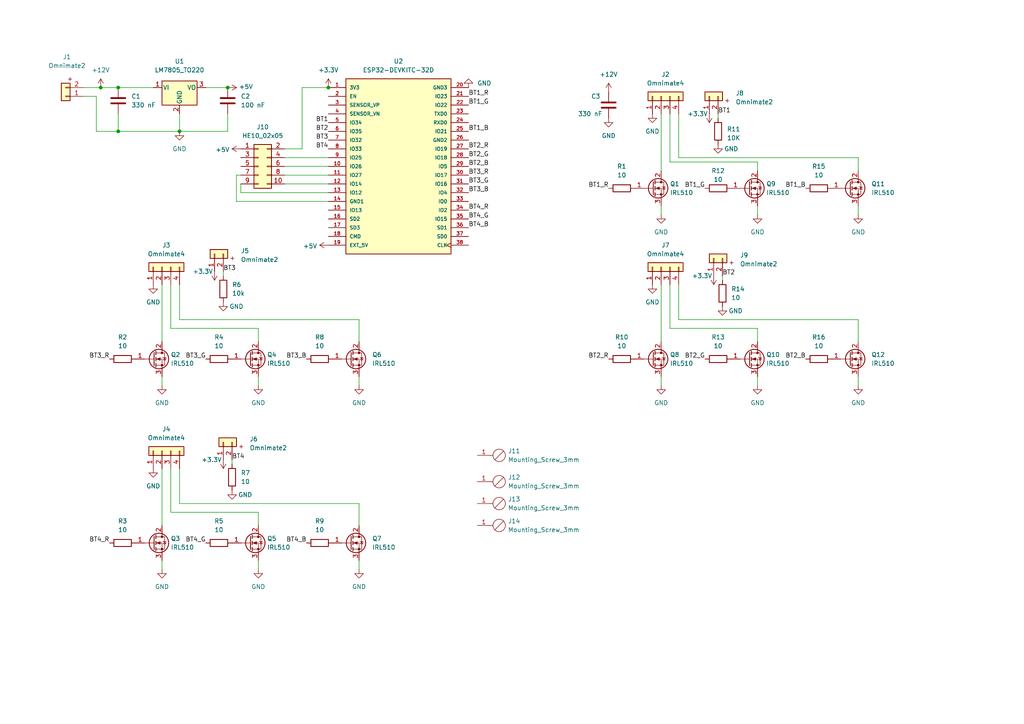
<source format=kicad_sch>
(kicad_sch (version 20230121) (generator eeschema)
  (paper "A4")
  (lib_symbols
    (symbol "ESP32-DEVKITC-32D:ESP32-DEVKITC-32D" (pin_names (offset 1.016))
      (property "Reference" "U" (at -15.2654 26.0604 0))
      (property "Value" "ESP32-DEVKITC-32D" (at -15.2654 -27.9654 0))
      (symbol "ESP32-DEVKITC-32D_0_0"
        (rectangle (start -15.24 -25.4) (end 15.24 25.4) (stroke (width 0.254)) (fill (type background)))
        (pin power_in line (at -20.32 22.86 0) (length 5.08) (name "3V3") (number "1"))
        (pin bidirectional line (at -20.32 0 0) (length 5.08) (name "IO26") (number "10"))
        (pin bidirectional line (at -20.32 -2.54 0) (length 5.08) (name "IO27") (number "11"))
        (pin bidirectional line (at -20.32 -5.08 0) (length 5.08) (name "IO14") (number "12"))
        (pin bidirectional line (at -20.32 -7.62 0) (length 5.08) (name "IO12") (number "13"))
        (pin power_in line (at -20.32 -10.16 0) (length 5.08) (name "GND1") (number "14"))
        (pin bidirectional line (at -20.32 -12.7 0) (length 5.08) (name "IO13") (number "15"))
        (pin bidirectional line (at -20.32 -15.24 0) (length 5.08) (name "SD2") (number "16"))
        (pin bidirectional line (at -20.32 -17.78 0) (length 5.08) (name "SD3") (number "17"))
        (pin bidirectional line (at -20.32 -20.32 0) (length 5.08) (name "CMD") (number "18"))
        (pin power_in line (at -20.32 -22.86 0) (length 5.08) (name "EXT_5V") (number "19"))
        (pin input line (at -20.32 20.32 0) (length 5.08) (name "EN") (number "2"))
        (pin power_in line (at 20.32 22.86 180) (length 5.08) (name "GND3") (number "20"))
        (pin bidirectional line (at 20.32 20.32 180) (length 5.08) (name "IO23") (number "21"))
        (pin bidirectional line (at 20.32 17.78 180) (length 5.08) (name "IO22") (number "22"))
        (pin output line (at 20.32 15.24 180) (length 5.08) (name "TXD0") (number "23"))
        (pin input line (at 20.32 12.7 180) (length 5.08) (name "RXD0") (number "24"))
        (pin bidirectional line (at 20.32 10.16 180) (length 5.08) (name "IO21") (number "25"))
        (pin power_in line (at 20.32 7.62 180) (length 5.08) (name "GND2") (number "26"))
        (pin bidirectional line (at 20.32 5.08 180) (length 5.08) (name "IO19") (number "27"))
        (pin bidirectional line (at 20.32 2.54 180) (length 5.08) (name "IO18") (number "28"))
        (pin bidirectional line (at 20.32 0 180) (length 5.08) (name "IO5") (number "29"))
        (pin input line (at -20.32 17.78 0) (length 5.08) (name "SENSOR_VP") (number "3"))
        (pin bidirectional line (at 20.32 -2.54 180) (length 5.08) (name "IO17") (number "30"))
        (pin bidirectional line (at 20.32 -5.08 180) (length 5.08) (name "IO16") (number "31"))
        (pin bidirectional line (at 20.32 -7.62 180) (length 5.08) (name "IO4") (number "32"))
        (pin bidirectional line (at 20.32 -10.16 180) (length 5.08) (name "IO0") (number "33"))
        (pin bidirectional line (at 20.32 -12.7 180) (length 5.08) (name "IO2") (number "34"))
        (pin bidirectional line (at 20.32 -15.24 180) (length 5.08) (name "IO15") (number "35"))
        (pin bidirectional line (at 20.32 -17.78 180) (length 5.08) (name "SD1") (number "36"))
        (pin bidirectional line (at 20.32 -20.32 180) (length 5.08) (name "SD0") (number "37"))
        (pin input clock (at 20.32 -22.86 180) (length 5.08) (name "CLK") (number "38"))
        (pin input line (at -20.32 15.24 0) (length 5.08) (name "SENSOR_VN") (number "4"))
        (pin bidirectional line (at -20.32 12.7 0) (length 5.08) (name "IO34") (number "5"))
        (pin bidirectional line (at -20.32 10.16 0) (length 5.08) (name "IO35") (number "6"))
        (pin bidirectional line (at -20.32 7.62 0) (length 5.08) (name "IO32") (number "7"))
        (pin bidirectional line (at -20.32 5.08 0) (length 5.08) (name "IO33") (number "8"))
        (pin bidirectional line (at -20.32 2.54 0) (length 5.08) (name "IO25") (number "9"))
      )
    )
    (symbol "SymbGamelGe2_v6:C" (pin_numbers hide) (pin_names (offset 0.254))
      (property "Reference" "C" (at 0.635 2.54 0))
      (property "Value" "C" (at 0.635 -2.54 0))
      (symbol "C_0_1"
        (polyline (pts (xy -2.032 -0.762) (xy 2.032 -0.762)) (stroke (width 0.508)))
        (polyline (pts (xy -2.032 0.762) (xy 2.032 0.762)) (stroke (width 0.508)))
      )
      (symbol "C_1_1"
        (pin passive line (at 0 3.81 270) (length 2.794) (name "~") (number "1"))
        (pin passive line (at 0 -3.81 90) (length 2.794) (name "~") (number "2"))
      )
    )
    (symbol "SymbGamelGe2_v6:HE10_02x05" (pin_names (offset 1.016) hide)
      (property "Reference" "J" (at 1.27 7.62 0))
      (property "Value" "HE10_02x05" (at 1.27 -7.62 0))
      (symbol "HE10_02x05_1_1"
        (rectangle (start -1.27 -4.953) (end 0 -5.207) (stroke (width 0.1524)))
        (rectangle (start -1.27 -2.413) (end 0 -2.667) (stroke (width 0.1524)))
        (rectangle (start -1.27 0.127) (end 0 -0.127) (stroke (width 0.1524)))
        (rectangle (start -1.27 2.667) (end 0 2.413) (stroke (width 0.1524)))
        (rectangle (start -1.27 5.207) (end 0 4.953) (stroke (width 0.1524)))
        (rectangle (start -1.27 6.35) (end 3.81 -6.35) (stroke (width 0.254)) (fill (type background)))
        (rectangle (start 3.81 -4.953) (end 2.54 -5.207) (stroke (width 0.1524)))
        (rectangle (start 3.81 -2.413) (end 2.54 -2.667) (stroke (width 0.1524)))
        (rectangle (start 3.81 0.127) (end 2.54 -0.127) (stroke (width 0.1524)))
        (rectangle (start 3.81 2.667) (end 2.54 2.413) (stroke (width 0.1524)))
        (rectangle (start 3.81 5.207) (end 2.54 4.953) (stroke (width 0.1524)))
        (pin passive line (at -5.08 5.08 0) (length 3.81) (name "Pin_1") (number "1"))
        (pin passive line (at 7.62 -5.08 180) (length 3.81) (name "Pin_10") (number "10"))
        (pin passive line (at 7.62 5.08 180) (length 3.81) (name "Pin_2") (number "2"))
        (pin passive line (at -5.08 2.54 0) (length 3.81) (name "Pin_3") (number "3"))
        (pin passive line (at 7.62 2.54 180) (length 3.81) (name "Pin_4") (number "4"))
        (pin passive line (at -5.08 0 0) (length 3.81) (name "Pin_5") (number "5"))
        (pin passive line (at 7.62 0 180) (length 3.81) (name "Pin_6") (number "6"))
        (pin passive line (at -5.08 -2.54 0) (length 3.81) (name "Pin_7") (number "7"))
        (pin passive line (at 7.62 -2.54 180) (length 3.81) (name "Pin_8") (number "8"))
        (pin passive line (at -5.08 -5.08 0) (length 3.81) (name "Pin_9") (number "9"))
      )
    )
    (symbol "SymbGamelGe2_v6:IRL510" (pin_names (offset 0) hide)
      (property "Reference" "Q" (at 6.35 1.905 0))
      (property "Value" "IRL510" (at 6.35 0 0))
      (symbol "IRL510_0_1"
        (polyline (pts (xy 0.254 0) (xy -2.54 0)))
        (polyline (pts (xy 0.762 -1.778) (xy 2.54 -1.778)))
        (polyline (pts (xy 0.762 -1.27) (xy 0.762 -2.286)) (stroke (width 0.254)))
        (polyline (pts (xy 0.762 0) (xy 2.54 0)))
        (polyline (pts (xy 0.762 0.508) (xy 0.762 -0.508)) (stroke (width 0.254)))
        (polyline (pts (xy 0.762 1.778) (xy 2.54 1.778)))
        (polyline (pts (xy 0.762 2.286) (xy 0.762 1.27)) (stroke (width 0.254)))
        (polyline (pts (xy 2.54 -1.778) (xy 2.54 -2.54)))
        (polyline (pts (xy 2.54 -1.778) (xy 2.54 0)))
        (polyline (pts (xy 2.54 2.54) (xy 2.54 1.778)))
        (polyline (pts (xy 0.254 1.905) (xy 0.254 -1.905) (xy 0.254 -1.905)) (stroke (width 0.254)))
        (polyline (pts (xy 1.016 0) (xy 2.032 0.381) (xy 2.032 -0.381) (xy 1.016 0)) (fill (type outline)))
        (polyline (pts (xy 2.54 -1.778) (xy 3.302 -1.778) (xy 3.302 1.778) (xy 2.54 1.778)))
        (polyline (pts (xy 2.794 0.508) (xy 2.921 0.381) (xy 3.683 0.381) (xy 3.81 0.254)))
        (polyline (pts (xy 3.302 0.381) (xy 2.921 -0.254) (xy 3.683 -0.254) (xy 3.302 0.381)))
        (circle (center 1.651 0) (radius 2.8194) (stroke (width 0.254)))
        (circle (center 2.54 -1.778) (radius 0.2794) (fill (type outline)))
        (circle (center 2.54 1.778) (radius 0.2794) (fill (type outline)))
      )
      (symbol "IRL510_1_1"
        (pin input line (at -5.08 0 0) (length 2.54) (name "G") (number "1"))
        (pin passive line (at 2.54 5.08 270) (length 2.54) (name "D") (number "2"))
        (pin passive line (at 2.54 -5.08 90) (length 2.54) (name "S") (number "3"))
      )
    )
    (symbol "SymbGamelGe2_v6:LM7805_TO220" (pin_names (offset 0.254))
      (property "Reference" "U" (at -3.81 3.175 0))
      (property "Value" "LM7805_TO220" (at 0 3.175 0))
      (symbol "LM7805_TO220_0_1"
        (rectangle (start -5.08 1.905) (end 5.08 -5.08) (stroke (width 0.254)) (fill (type background)))
      )
      (symbol "LM7805_TO220_1_1"
        (pin power_in line (at -7.62 0 0) (length 2.54) (name "VI") (number "1"))
        (pin power_in line (at 0 -7.62 90) (length 2.54) (name "GND") (number "2"))
        (pin power_out line (at 7.62 0 180) (length 2.54) (name "VO") (number "3"))
      )
    )
    (symbol "SymbGamelGe2_v6:Mounting_Screw_3mm" (pin_names (offset 1.016) hide)
      (property "Reference" "J" (at 0 2.54 0))
      (property "Value" "Mounting_Screw_3mm" (at 1.27 -2.54 0))
      (symbol "Mounting_Screw_3mm_0_1"
        (polyline (pts (xy 0 -1.27) (xy 2.54 1.27)))
        (circle (center 1.27 0) (radius 1.8034))
      )
      (symbol "Mounting_Screw_3mm_1_1"
        (polyline (pts (xy -1.27 0) (xy -0.508 0)) (stroke (width 0.1524)))
        (pin passive line (at -5.08 0 0) (length 3.81) (name "Pin_1") (number "1"))
      )
    )
    (symbol "SymbGamelGe2_v6:Omnimate2" (pin_names (offset 1.016) hide)
      (property "Reference" "J" (at -1.27 2.54 0))
      (property "Value" "Omnimate2" (at 0 -5.08 0))
      (symbol "Omnimate2_0_0"
        (text "+" (at 1.27 2.54 0) (effects (font (size 1.27 1.27))))
      )
      (symbol "Omnimate2_1_1"
        (rectangle (start -1.27 1.27) (end 1.27 -3.81) (stroke (width 0.254)) (fill (type background)))
        (rectangle (start 0 -2.413) (end 1.27 -2.667) (stroke (width 0.1524)))
        (rectangle (start 0 0.127) (end 1.27 -0.127) (stroke (width 0.1524)))
        (pin passive line (at 5.08 -2.54 180) (length 3.81) (name "Pin_1") (number "1"))
        (pin passive line (at 5.08 0 180) (length 3.81) (name "Pin_2") (number "2"))
      )
    )
    (symbol "SymbGamelGe2_v6:Omnimate4" (pin_names (offset 1.016) hide)
      (property "Reference" "J" (at 0 5.08 0))
      (property "Value" "Omnimate4" (at 0 -7.62 0))
      (symbol "Omnimate4_1_1"
        (rectangle (start -1.27 -4.953) (end 0 -5.207) (stroke (width 0.1524)))
        (rectangle (start -1.27 -2.413) (end 0 -2.667) (stroke (width 0.1524)))
        (rectangle (start -1.27 0.127) (end 0 -0.127) (stroke (width 0.1524)))
        (rectangle (start -1.27 2.667) (end 0 2.413) (stroke (width 0.1524)))
        (rectangle (start -1.27 3.81) (end 1.27 -6.35) (stroke (width 0.254)) (fill (type background)))
        (pin passive line (at -5.08 2.54 0) (length 3.81) (name "Pin_1") (number "1"))
        (pin passive line (at -5.08 0 0) (length 3.81) (name "Pin_2") (number "2"))
        (pin passive line (at -5.08 -2.54 0) (length 3.81) (name "Pin_3") (number "3"))
        (pin passive line (at -5.08 -5.08 0) (length 3.81) (name "Pin_4") (number "4"))
      )
    )
    (symbol "SymbGamelGe2_v6:R" (pin_numbers hide) (pin_names (offset 0))
      (property "Reference" "R" (at 2.032 0 90))
      (property "Value" "R" (at 0 0 90))
      (symbol "R_0_1"
        (rectangle (start -1.016 -2.54) (end 1.016 2.54) (stroke (width 0.254)))
      )
      (symbol "R_1_1"
        (pin passive line (at 0 3.81 270) (length 1.27) (name "~") (number "1"))
        (pin passive line (at 0 -3.81 90) (length 1.27) (name "~") (number "2"))
      )
    )
    (symbol "power:+12V" (power) (pin_names (offset 0))
      (property "Value" "+12V" (at 0 3.556 0))
      (symbol "+12V_0_1"
        (polyline (pts (xy -0.762 1.27) (xy 0 2.54)))
        (polyline (pts (xy 0 0) (xy 0 2.54)))
        (polyline (pts (xy 0 2.54) (xy 0.762 1.27)))
      )
      (symbol "+12V_1_1"
        (pin power_in line (at 0 0 90) (length 0) hide (name "+12V") (number "1"))
      )
    )
    (symbol "power:+3.3V" (power) (pin_names (offset 0))
      (property "Value" "+3.3V" (at 0 3.556 0))
      (symbol "+3.3V_0_1"
        (polyline (pts (xy -0.762 1.27) (xy 0 2.54)))
        (polyline (pts (xy 0 0) (xy 0 2.54)))
        (polyline (pts (xy 0 2.54) (xy 0.762 1.27)))
      )
      (symbol "+3.3V_1_1"
        (pin power_in line (at 0 0 90) (length 0) hide (name "+3.3V") (number "1"))
      )
    )
    (symbol "power:+5V" (power) (pin_names (offset 0))
      (property "Value" "+5V" (at 0 3.556 0))
      (symbol "+5V_0_1"
        (polyline (pts (xy -0.762 1.27) (xy 0 2.54)))
        (polyline (pts (xy 0 0) (xy 0 2.54)))
        (polyline (pts (xy 0 2.54) (xy 0.762 1.27)))
      )
      (symbol "+5V_1_1"
        (pin power_in line (at 0 0 90) (length 0) hide (name "+5V") (number "1"))
      )
    )
    (symbol "power:GND" (power) (pin_names (offset 0))
      (property "Value" "GND" (at 0 -3.81 0))
      (symbol "GND_0_1"
        (polyline (pts (xy 0 0) (xy 0 -1.27) (xy 1.27 -1.27) (xy 0 -2.54) (xy -1.27 -1.27) (xy 0 -1.27)))
      )
      (symbol "GND_1_1"
        (pin power_in line (at 0 0 270) (length 0) hide (name "GND") (number "1"))
      )
    )
  )
  (junction (at 52.07 38.1))
  (junction (at 34.29 25.4))
  (junction (at 29.21 25.4))
  (junction (at 66.04 25.4))
  (junction (at 95.25 25.4))
  (junction (at 34.29 38.1))
  (wire (pts (xy 68.58 58.42) (xy 68.58 50.8)))
  (wire (pts (xy 68.58 50.8) (xy 69.85 50.8)))
  (wire (pts (xy 24.13 27.94) (xy 27.94 27.94)))
  (wire (pts (xy 69.85 55.88) (xy 69.85 53.34)))
  (wire (pts (xy 191.77 49.53) (xy 191.77 33.02)))
  (wire (pts (xy 248.92 109.22) (xy 248.92 111.76)))
  (wire (pts (xy 46.99 162.56) (xy 46.99 165.1)))
  (wire (pts (xy 104.14 92.71) (xy 52.07 92.71)))
  (wire (pts (xy 82.55 45.72) (xy 95.25 45.72)))
  (wire (pts (xy 46.99 152.4) (xy 46.99 135.89)))
  (wire (pts (xy 219.71 109.22) (xy 219.71 111.76)))
  (wire (pts (xy 74.93 152.4) (xy 74.93 148.59)))
  (wire (pts (xy 74.93 109.22) (xy 74.93 111.76)))
  (wire (pts (xy 248.92 49.53) (xy 248.92 45.72)))
  (wire (pts (xy 27.94 38.1) (xy 34.29 38.1)))
  (wire (pts (xy 191.77 99.06) (xy 191.77 82.55)))
  (wire (pts (xy 248.92 45.72) (xy 196.85 45.72)))
  (wire (pts (xy 82.55 43.18) (xy 87.63 43.18)))
  (wire (pts (xy 82.55 50.8) (xy 95.25 50.8)))
  (wire (pts (xy 219.71 99.06) (xy 219.71 95.25)))
  (wire (pts (xy 219.71 49.53) (xy 219.71 46.99)))
  (wire (pts (xy 49.53 148.59) (xy 49.53 135.89)))
  (wire (pts (xy 87.63 25.4) (xy 95.25 25.4)))
  (wire (pts (xy 194.31 95.25) (xy 194.31 82.55)))
  (wire (pts (xy 52.07 92.71) (xy 52.07 82.55)))
  (wire (pts (xy 82.55 53.34) (xy 95.25 53.34)))
  (wire (pts (xy 74.93 99.06) (xy 74.93 95.25)))
  (wire (pts (xy 66.04 38.1) (xy 66.04 33.02)))
  (wire (pts (xy 49.53 95.25) (xy 49.53 82.55)))
  (wire (pts (xy 104.14 146.05) (xy 52.07 146.05)))
  (wire (pts (xy 95.25 55.88) (xy 69.85 55.88)))
  (wire (pts (xy 52.07 33.02) (xy 52.07 38.1)))
  (wire (pts (xy 34.29 33.02) (xy 34.29 38.1)))
  (wire (pts (xy 74.93 148.59) (xy 49.53 148.59)))
  (wire (pts (xy 59.69 25.4) (xy 66.04 25.4)))
  (wire (pts (xy 104.14 152.4) (xy 104.14 146.05)))
  (wire (pts (xy 104.14 109.22) (xy 104.14 111.76)))
  (wire (pts (xy 82.55 48.26) (xy 95.25 48.26)))
  (wire (pts (xy 191.77 59.69) (xy 191.77 62.23)))
  (wire (pts (xy 34.29 25.4) (xy 44.45 25.4)))
  (wire (pts (xy 52.07 38.1) (xy 66.04 38.1)))
  (wire (pts (xy 24.13 25.4) (xy 29.21 25.4)))
  (wire (pts (xy 46.99 99.06) (xy 46.99 82.55)))
  (wire (pts (xy 52.07 146.05) (xy 52.07 135.89)))
  (wire (pts (xy 194.31 46.99) (xy 194.31 33.02)))
  (wire (pts (xy 196.85 92.71) (xy 196.85 82.55)))
  (wire (pts (xy 208.28 33.02) (xy 208.28 34.29)))
  (wire (pts (xy 64.77 78.74) (xy 64.77 80.01)))
  (wire (pts (xy 27.94 27.94) (xy 27.94 38.1)))
  (wire (pts (xy 248.92 99.06) (xy 248.92 92.71)))
  (wire (pts (xy 67.31 133.35) (xy 67.31 134.62)))
  (wire (pts (xy 104.14 99.06) (xy 104.14 92.71)))
  (wire (pts (xy 46.99 109.22) (xy 46.99 111.76)))
  (wire (pts (xy 95.25 58.42) (xy 68.58 58.42)))
  (wire (pts (xy 104.14 162.56) (xy 104.14 165.1)))
  (wire (pts (xy 34.29 38.1) (xy 52.07 38.1)))
  (wire (pts (xy 219.71 59.69) (xy 219.71 62.23)))
  (wire (pts (xy 29.21 25.4) (xy 34.29 25.4)))
  (wire (pts (xy 219.71 95.25) (xy 194.31 95.25)))
  (wire (pts (xy 248.92 92.71) (xy 196.85 92.71)))
  (wire (pts (xy 191.77 109.22) (xy 191.77 111.76)))
  (wire (pts (xy 87.63 43.18) (xy 87.63 25.4)))
  (wire (pts (xy 209.55 80.01) (xy 209.55 81.28)))
  (wire (pts (xy 219.71 46.99) (xy 194.31 46.99)))
  (wire (pts (xy 74.93 162.56) (xy 74.93 165.1)))
  (wire (pts (xy 74.93 95.25) (xy 49.53 95.25)))
  (wire (pts (xy 196.85 45.72) (xy 196.85 33.02)))
  (wire (pts (xy 248.92 59.69) (xy 248.92 62.23)))
  (label "BT2_G" (at 135.89 45.72 0))
  (label "BT4_B" (at 88.9 157.48 180))
  (label "BT3" (at 64.77 78.74 0))
  (label "BT3_B" (at 88.9 104.14 180))
  (label "BT2" (at 209.55 80.01 0))
  (label "BT3_R" (at 31.75 104.14 180))
  (label "BT3_G" (at 59.69 104.14 180))
  (label "BT4_G" (at 135.89 63.5 0))
  (label "BT1_B" (at 233.68 54.61 180))
  (label "BT4_G" (at 59.69 157.48 180))
  (label "BT2" (at 95.25 38.1 180))
  (label "BT1_R" (at 135.89 27.94 0))
  (label "BT3_R" (at 135.89 50.8 0))
  (label "BT4" (at 67.31 133.35 0))
  (label "BT1" (at 95.25 35.56 180))
  (label "BT2_B" (at 233.68 104.14 180))
  (label "BT1" (at 208.28 33.02 0))
  (label "BT2_G" (at 204.47 104.14 180))
  (label "BT3_B" (at 135.89 55.88 0))
  (label "BT1_G" (at 135.89 30.48 0))
  (label "BT2_R" (at 135.89 43.18 0))
  (label "BT3" (at 95.25 40.64 180))
  (label "BT1_B" (at 135.89 38.1 0))
  (label "BT4_R" (at 135.89 60.96 0))
  (label "BT3_G" (at 135.89 53.34 0))
  (label "BT1_G" (at 204.47 54.61 180))
  (label "BT2_R" (at 176.53 104.14 180))
  (label "BT2_B" (at 135.89 48.26 0))
  (label "BT1_R" (at 176.53 54.61 180))
  (label "BT4_R" (at 31.75 157.48 180))
  (label "BT4" (at 95.25 43.18 180))
  (label "BT4_B" (at 135.89 66.04 0))
  (symbol (lib_id "power:GND") (at 176.53 34.29 0) (unit 1)
    (property "Reference" "#PWR024" (effects hide))
    (property "Value" "GND" (at 176.53 39.37 0))
  )
  (symbol (lib_id "SymbGamelGe2_v6:R") (at 92.71 157.48 270) (unit 1)
    (property "Reference" "R9" (at 92.71 151.13 90))
    (property "Value" "10" (at 92.71 153.67 90))
    (property "Footprint" "FootprintGamelGe2_v6:R_Axial_DIN0207_L6.3mm_D2.5mm_P10.16mm_Horizontal" (effects hide))
  )
  (symbol (lib_id "SymbGamelGe2_v6:R") (at 237.49 104.14 270) (unit 1)
    (property "Reference" "R16" (at 237.49 97.79 90))
    (property "Value" "10" (at 237.49 100.33 90))
    (property "Footprint" "FootprintGamelGe2_v6:R_Axial_DIN0207_L6.3mm_D2.5mm_P10.16mm_Horizontal" (effects hide))
  )
  (symbol (lib_id "power:GND") (at 52.07 38.1 0) (unit 1)
    (property "Reference" "#PWR01" (effects hide))
    (property "Value" "GND" (at 52.07 43.18 0))
  )
  (symbol (lib_id "SymbGamelGe2_v6:R") (at 35.56 157.48 270) (unit 1)
    (property "Reference" "R3" (at 35.56 151.13 90))
    (property "Value" "10" (at 35.56 153.67 90))
    (property "Footprint" "FootprintGamelGe2_v6:R_Axial_DIN0207_L6.3mm_D2.5mm_P10.16mm_Horizontal" (effects hide))
  )
  (symbol (lib_id "SymbGamelGe2_v6:R") (at 67.31 138.43 0) (unit 1)
    (property "Reference" "R7" (at 69.85 137.1599 0) (effects (justify left)))
    (property "Value" "10" (at 69.85 139.6999 0) (effects (justify left)))
    (property "Footprint" "FootprintGamelGe2_v6:R_Axial_DIN0207_L6.3mm_D2.5mm_P10.16mm_Horizontal" (effects hide))
  )
  (symbol (lib_id "SymbGamelGe2_v6:R") (at 237.49 54.61 270) (unit 1)
    (property "Reference" "R15" (at 237.49 48.26 90))
    (property "Value" "10" (at 237.49 50.8 90))
    (property "Footprint" "FootprintGamelGe2_v6:R_Axial_DIN0207_L6.3mm_D2.5mm_P10.16mm_Horizontal" (effects hide))
  )
  (symbol (lib_id "SymbGamelGe2_v6:Omnimate2") (at 67.31 128.27 270) (unit 1)
    (property "Reference" "J6" (at 72.39 127.3692 90) (effects (justify left)))
    (property "Value" "Omnimate2" (at 72.39 129.9092 90) (effects (justify left)))
    (property "Footprint" "FootprintGamelGe2_v6:OmnimateSL-5,08_1x02_P5.08mm_Vertical" (effects hide))
  )
  (symbol (lib_id "power:GND") (at 74.93 111.76 0) (unit 1)
    (property "Reference" "#PWR018" (effects hide))
    (property "Value" "GND" (at 74.93 116.84 0))
  )
  (symbol (lib_id "SymbGamelGe2_v6:Omnimate2") (at 208.28 27.94 270) (unit 1)
    (property "Reference" "J8" (at 213.36 27.0392 90) (effects (justify left)))
    (property "Value" "Omnimate2" (at 213.36 29.5792 90) (effects (justify left)))
    (property "Footprint" "FootprintGamelGe2_v6:OmnimateSL-5,08_1x02_P5.08mm_Vertical" (effects hide))
  )
  (symbol (lib_id "power:+3.3V") (at 205.74 33.02 180) (unit 1)
    (property "Reference" "#PWR029" (effects hide))
    (property "Value" "+3.3V" (at 199.39 33.02 0) (effects (justify right)))
  )
  (symbol (lib_id "SymbGamelGe2_v6:IRL510") (at 101.6 157.48 0) (unit 1)
    (property "Reference" "Q7" (at 107.95 156.21 0) (effects (justify left)))
    (property "Value" "IRL510" (at 107.95 158.75 0) (effects (justify left)))
    (property "Footprint" "FootprintGamelGe2_v6:TO-220-3_Vertical" (effects hide))
    (property "Datasheet" "https://www.vishay.com/docs/91297/sihl510.pdf" (effects hide))
  )
  (symbol (lib_id "power:GND") (at 44.45 135.89 0) (unit 1)
    (property "Reference" "#PWR011" (effects hide))
    (property "Value" "GND" (at 44.45 140.97 0))
  )
  (symbol (lib_id "SymbGamelGe2_v6:Omnimate4") (at 46.99 130.81 90) (unit 1)
    (property "Reference" "J4" (at 48.26 124.46 90))
    (property "Value" "Omnimate4" (at 48.26 127 90))
    (property "Footprint" "FootprintGamelGe2_v6:OmnimateSL-5,08_1x04_P5.08mm_Vertical" (effects hide))
  )
  (symbol (lib_id "SymbGamelGe2_v6:LM7805_TO220") (at 52.07 25.4 0) (unit 1)
    (property "Reference" "U1" (at 52.07 17.78 0))
    (property "Value" "LM7805_TO220" (at 52.07 20.32 0))
    (property "Footprint" "FootprintGamelGe2_v6:TO-220-3_Vertical" (effects hide))
    (property "Datasheet" "http://www.fairchildsemi.com/ds/LM/LM7805.pdf" (effects hide))
  )
  (symbol (lib_id "SymbGamelGe2_v6:R") (at 208.28 54.61 270) (unit 1)
    (property "Reference" "R12" (at 208.28 49.53 90))
    (property "Value" "10" (at 208.28 52.07 90))
    (property "Footprint" "FootprintGamelGe2_v6:R_Axial_DIN0207_L6.3mm_D2.5mm_P10.16mm_Horizontal" (effects hide))
  )
  (symbol (lib_id "power:GND") (at 191.77 111.76 0) (unit 1)
    (property "Reference" "#PWR028" (effects hide))
    (property "Value" "GND" (at 191.77 116.84 0))
  )
  (symbol (lib_id "power:GND") (at 248.92 111.76 0) (unit 1)
    (property "Reference" "#PWR036" (effects hide))
    (property "Value" "GND" (at 248.92 116.84 0))
  )
  (symbol (lib_id "power:GND") (at 67.31 142.24 0) (unit 1)
    (property "Reference" "#PWR017" (effects hide))
    (property "Value" "GND" (at 71.12 143.51 0))
  )
  (symbol (lib_id "power:GND") (at 189.23 82.55 0) (unit 1)
    (property "Reference" "#PWR027" (effects hide))
    (property "Value" "GND" (at 189.23 87.63 0))
  )
  (symbol (lib_id "SymbGamelGe2_v6:Mounting_Screw_3mm") (at 143.51 152.4 0) (unit 1)
    (property "Reference" "J14" (at 147.32 151.1299 0) (effects (justify left)))
    (property "Value" "Mounting_Screw_3mm" (at 147.32 153.6699 0) (effects (justify left)))
    (property "Footprint" "FootprintGamelGe2_v6:Mounting_Screw_3mm" (effects hide))
  )
  (symbol (lib_id "SymbGamelGe2_v6:IRL510") (at 189.23 54.61 0) (unit 1)
    (property "Reference" "Q1" (at 194.31 53.34 0) (effects (justify left)))
    (property "Value" "IRL510" (at 194.31 55.88 0) (effects (justify left)))
    (property "Footprint" "FootprintGamelGe2_v6:TO-220-3_Vertical" (effects hide))
    (property "Datasheet" "https://www.vishay.com/docs/91297/sihl510.pdf" (effects hide))
  )
  (symbol (lib_id "SymbGamelGe2_v6:IRL510") (at 72.39 104.14 0) (unit 1)
    (property "Reference" "Q4" (at 77.47 102.87 0) (effects (justify left)))
    (property "Value" "IRL510" (at 77.47 105.41 0) (effects (justify left)))
    (property "Footprint" "FootprintGamelGe2_v6:TO-220-3_Vertical" (effects hide))
    (property "Datasheet" "https://www.vishay.com/docs/91297/sihl510.pdf" (effects hide))
  )
  (symbol (lib_id "power:GND") (at 135.89 25.4 180) (unit 1)
    (property "Reference" "#PWR0101" (effects hide))
    (property "Value" "GND" (at 138.43 24.1299 0) (effects (justify right)))
  )
  (symbol (lib_id "SymbGamelGe2_v6:Omnimate2") (at 209.55 74.93 270) (unit 1)
    (property "Reference" "J9" (at 214.63 74.0292 90) (effects (justify left)))
    (property "Value" "Omnimate2" (at 214.63 76.5692 90) (effects (justify left)))
    (property "Footprint" "FootprintGamelGe2_v6:OmnimateSL-5,08_1x02_P5.08mm_Vertical" (effects hide))
  )
  (symbol (lib_id "SymbGamelGe2_v6:Omnimate4") (at 191.77 27.94 90) (unit 1)
    (property "Reference" "J2" (at 193.04 21.59 90))
    (property "Value" "Omnimate4" (at 193.04 24.13 90))
    (property "Footprint" "FootprintGamelGe2_v6:OmnimateSL-5,08_1x04_P5.08mm_Vertical" (effects hide))
  )
  (symbol (lib_id "SymbGamelGe2_v6:IRL510") (at 246.38 54.61 0) (unit 1)
    (property "Reference" "Q11" (at 252.73 53.34 0) (effects (justify left)))
    (property "Value" "IRL510" (at 252.73 55.88 0) (effects (justify left)))
    (property "Footprint" "FootprintGamelGe2_v6:TO-220-3_Vertical" (effects hide))
    (property "Datasheet" "https://www.vishay.com/docs/91297/sihl510.pdf" (effects hide))
  )
  (symbol (lib_id "SymbGamelGe2_v6:Mounting_Screw_3mm") (at 143.51 139.7 0) (unit 1)
    (property "Reference" "J12" (at 147.32 138.4299 0) (effects (justify left)))
    (property "Value" "Mounting_Screw_3mm" (at 147.32 140.9699 0) (effects (justify left)))
    (property "Footprint" "FootprintGamelGe2_v6:Mounting_Screw_3mm" (effects hide))
  )
  (symbol (lib_id "power:+5V") (at 69.85 43.18 90) (unit 1)
    (property "Reference" "#PWR0103" (effects hide))
    (property "Value" "+5V" (at 66.5948 43.4305 90) (effects (justify left)))
  )
  (symbol (lib_id "power:GND") (at 46.99 165.1 0) (unit 1)
    (property "Reference" "#PWR013" (effects hide))
    (property "Value" "GND" (at 46.99 170.18 0))
  )
  (symbol (lib_id "SymbGamelGe2_v6:R") (at 208.28 38.1 0) (unit 1)
    (property "Reference" "R11" (at 210.82 37.465 0) (effects (justify left)))
    (property "Value" "10K" (at 210.82 40.005 0) (effects (justify left)))
    (property "Footprint" "FootprintGamelGe2_v6:R_Axial_DIN0207_L6.3mm_D2.5mm_P10.16mm_Horizontal" (effects hide))
  )
  (symbol (lib_id "SymbGamelGe2_v6:HE10_02x05") (at 74.93 48.26 0) (unit 1)
    (property "Reference" "J10" (at 76.2 36.83 0))
    (property "Value" "HE10_02x05" (at 76.2 39.37 0))
    (property "Footprint" "FootprintGamelGe2_v6:HE10_2x05_P2.54mm" (effects hide))
  )
  (symbol (lib_id "SymbGamelGe2_v6:R") (at 180.34 54.61 270) (unit 1)
    (property "Reference" "R1" (at 180.34 48.26 90))
    (property "Value" "10" (at 180.34 50.8 90))
    (property "Footprint" "FootprintGamelGe2_v6:R_Axial_DIN0207_L6.3mm_D2.5mm_P10.16mm_Horizontal" (effects hide))
  )
  (symbol (lib_id "SymbGamelGe2_v6:R") (at 63.5 104.14 270) (unit 1)
    (property "Reference" "R4" (at 63.5 97.79 90))
    (property "Value" "10" (at 63.5 100.33 90))
    (property "Footprint" "FootprintGamelGe2_v6:R_Axial_DIN0207_L6.3mm_D2.5mm_P10.16mm_Horizontal" (effects hide))
  )
  (symbol (lib_id "power:GND") (at 219.71 111.76 0) (unit 1)
    (property "Reference" "#PWR034" (effects hide))
    (property "Value" "GND" (at 219.71 116.84 0))
  )
  (symbol (lib_id "SymbGamelGe2_v6:R") (at 209.55 85.09 0) (unit 1)
    (property "Reference" "R14" (at 212.09 83.8199 0) (effects (justify left)))
    (property "Value" "10" (at 212.09 86.3599 0) (effects (justify left)))
    (property "Footprint" "FootprintGamelGe2_v6:R_Axial_DIN0207_L6.3mm_D2.5mm_P10.16mm_Horizontal" (effects hide))
  )
  (symbol (lib_id "SymbGamelGe2_v6:Omnimate2") (at 64.77 73.66 270) (unit 1)
    (property "Reference" "J5" (at 69.85 72.7592 90) (effects (justify left)))
    (property "Value" "Omnimate2" (at 69.85 75.2992 90) (effects (justify left)))
    (property "Footprint" "FootprintGamelGe2_v6:OmnimateSL-5,08_1x02_P5.08mm_Vertical" (effects hide))
  )
  (symbol (lib_id "SymbGamelGe2_v6:IRL510") (at 189.23 104.14 0) (unit 1)
    (property "Reference" "Q8" (at 194.31 102.87 0) (effects (justify left)))
    (property "Value" "IRL510" (at 194.31 105.41 0) (effects (justify left)))
    (property "Footprint" "FootprintGamelGe2_v6:TO-220-3_Vertical" (effects hide))
    (property "Datasheet" "https://www.vishay.com/docs/91297/sihl510.pdf" (effects hide))
  )
  (symbol (lib_id "SymbGamelGe2_v6:R") (at 208.28 104.14 270) (unit 1)
    (property "Reference" "R13" (at 208.28 97.79 90))
    (property "Value" "10" (at 208.28 100.33 90))
    (property "Footprint" "FootprintGamelGe2_v6:R_Axial_DIN0207_L6.3mm_D2.5mm_P10.16mm_Horizontal" (effects hide))
  )
  (symbol (lib_id "ESP32-DEVKITC-32D:ESP32-DEVKITC-32D") (at 115.57 48.26 0) (unit 1)
    (property "Reference" "U2" (at 115.57 17.78 0))
    (property "Value" "ESP32-DEVKITC-32D" (at 115.57 20.32 0))
    (property "Footprint" "MODULE_ESP32-DEVKITC-32D" (effects hide))
    (property "PARTREV" "4" (effects hide))
    (property "MANUFACTURER" "Espressif Systems" (effects hide))
  )
  (symbol (lib_id "power:+12V") (at 29.21 25.4 0) (unit 1)
    (property "Reference" "#PWR0102" (effects hide))
    (property "Value" "+12V" (at 29.21 20.32 0))
  )
  (symbol (lib_id "SymbGamelGe2_v6:Omnimate4") (at 191.77 77.47 90) (unit 1)
    (property "Reference" "J7" (at 193.04 71.12 90))
    (property "Value" "Omnimate4" (at 193.04 73.66 90))
    (property "Footprint" "FootprintGamelGe2_v6:OmnimateSL-5,08_1x04_P5.08mm_Vertical" (effects hide))
  )
  (symbol (lib_id "SymbGamelGe2_v6:IRL510") (at 217.17 54.61 0) (unit 1)
    (property "Reference" "Q9" (at 222.25 53.34 0) (effects (justify left)))
    (property "Value" "IRL510" (at 222.25 55.88 0) (effects (justify left)))
    (property "Footprint" "FootprintGamelGe2_v6:TO-220-3_Vertical" (effects hide))
    (property "Datasheet" "https://www.vishay.com/docs/91297/sihl510.pdf" (effects hide))
  )
  (symbol (lib_id "SymbGamelGe2_v6:IRL510") (at 72.39 157.48 0) (unit 1)
    (property "Reference" "Q5" (at 77.47 156.21 0) (effects (justify left)))
    (property "Value" "IRL510" (at 77.47 158.75 0) (effects (justify left)))
    (property "Footprint" "FootprintGamelGe2_v6:TO-220-3_Vertical" (effects hide))
    (property "Datasheet" "https://www.vishay.com/docs/91297/sihl510.pdf" (effects hide))
  )
  (symbol (lib_id "power:GND") (at 189.23 33.02 0) (unit 1)
    (property "Reference" "#PWR04" (effects hide))
    (property "Value" "GND" (at 189.23 38.1 0))
  )
  (symbol (lib_id "SymbGamelGe2_v6:IRL510") (at 246.38 104.14 0) (unit 1)
    (property "Reference" "Q12" (at 252.73 102.87 0) (effects (justify left)))
    (property "Value" "IRL510" (at 252.73 105.41 0) (effects (justify left)))
    (property "Footprint" "FootprintGamelGe2_v6:TO-220-3_Vertical" (effects hide))
    (property "Datasheet" "https://www.vishay.com/docs/91297/sihl510.pdf" (effects hide))
  )
  (symbol (lib_id "SymbGamelGe2_v6:Omnimate2") (at 19.05 25.4 0) (unit 1)
    (property "Reference" "J1" (at 19.4193 16.51 0))
    (property "Value" "Omnimate2" (at 19.4193 19.05 0))
    (property "Footprint" "FootprintGamelGe2_v6:OmnimateSL-5,08_1x02_P5.08mm_Vertical" (effects hide))
  )
  (symbol (lib_id "SymbGamelGe2_v6:R") (at 92.71 104.14 270) (unit 1)
    (property "Reference" "R8" (at 92.71 97.79 90))
    (property "Value" "10" (at 92.71 100.33 90))
    (property "Footprint" "FootprintGamelGe2_v6:R_Axial_DIN0207_L6.3mm_D2.5mm_P10.16mm_Horizontal" (effects hide))
  )
  (symbol (lib_id "SymbGamelGe2_v6:IRL510") (at 217.17 104.14 0) (unit 1)
    (property "Reference" "Q10" (at 222.25 102.87 0) (effects (justify left)))
    (property "Value" "IRL510" (at 222.25 105.41 0) (effects (justify left)))
    (property "Footprint" "FootprintGamelGe2_v6:TO-220-3_Vertical" (effects hide))
    (property "Datasheet" "https://www.vishay.com/docs/91297/sihl510.pdf" (effects hide))
  )
  (symbol (lib_id "power:GND") (at 248.92 62.23 0) (unit 1)
    (property "Reference" "#PWR035" (effects hide))
    (property "Value" "GND" (at 248.92 67.31 0))
  )
  (symbol (lib_id "power:+12V") (at 176.53 26.67 0) (unit 1)
    (property "Reference" "#PWR023" (effects hide))
    (property "Value" "+12V" (at 176.53 21.59 0))
  )
  (symbol (lib_id "SymbGamelGe2_v6:C") (at 176.53 30.48 0) (unit 1)
    (property "Reference" "C3" (at 171.45 27.94 0) (effects (justify left)))
    (property "Value" "330 nF" (at 167.64 33.02 0) (effects (justify left)))
    (property "Footprint" "FootprintGamelGe2_v6:C_Rect_L7.0mm_W2.5mm_P5.00mm" (effects hide))
  )
  (symbol (lib_id "SymbGamelGe2_v6:Mounting_Screw_3mm") (at 143.51 146.05 0) (unit 1)
    (property "Reference" "J13" (at 147.32 144.7799 0) (effects (justify left)))
    (property "Value" "Mounting_Screw_3mm" (at 147.32 147.3199 0) (effects (justify left)))
    (property "Footprint" "FootprintGamelGe2_v6:Mounting_Screw_3mm" (effects hide))
  )
  (symbol (lib_id "power:+3.3V") (at 62.23 78.74 180) (unit 1)
    (property "Reference" "#PWR014" (effects hide))
    (property "Value" "+3.3V" (at 55.88 78.74 0) (effects (justify right)))
  )
  (symbol (lib_id "SymbGamelGe2_v6:R") (at 63.5 157.48 270) (unit 1)
    (property "Reference" "R5" (at 63.5 151.13 90))
    (property "Value" "10" (at 63.5 153.67 90))
    (property "Footprint" "FootprintGamelGe2_v6:R_Axial_DIN0207_L6.3mm_D2.5mm_P10.16mm_Horizontal" (effects hide))
  )
  (symbol (lib_id "SymbGamelGe2_v6:IRL510") (at 44.45 104.14 0) (unit 1)
    (property "Reference" "Q2" (at 49.53 102.87 0) (effects (justify left)))
    (property "Value" "IRL510" (at 49.53 105.41 0) (effects (justify left)))
    (property "Footprint" "FootprintGamelGe2_v6:TO-220-3_Vertical" (effects hide))
    (property "Datasheet" "https://www.vishay.com/docs/91297/sihl510.pdf" (effects hide))
  )
  (symbol (lib_id "power:+5V") (at 95.25 71.12 90) (unit 1)
    (property "Reference" "#PWR03" (effects hide))
    (property "Value" "+5V" (at 91.9948 71.3705 90) (effects (justify left)))
  )
  (symbol (lib_id "SymbGamelGe2_v6:Omnimate4") (at 46.99 77.47 90) (unit 1)
    (property "Reference" "J3" (at 48.26 71.12 90))
    (property "Value" "Omnimate4" (at 48.26 73.66 90))
    (property "Footprint" "FootprintGamelGe2_v6:OmnimateSL-5,08_1x04_P5.08mm_Vertical" (effects hide))
  )
  (symbol (lib_id "power:GND") (at 44.45 82.55 0) (unit 1)
    (property "Reference" "#PWR010" (effects hide))
    (property "Value" "GND" (at 44.45 87.63 0))
  )
  (symbol (lib_id "SymbGamelGe2_v6:C") (at 34.29 29.21 0) (unit 1)
    (property "Reference" "C1" (at 38.1 27.9399 0) (effects (justify left)))
    (property "Value" "330 nF" (at 38.1 30.4799 0) (effects (justify left)))
    (property "Footprint" "FootprintGamelGe2_v6:C_Rect_L7.0mm_W2.5mm_P5.00mm" (effects hide))
  )
  (symbol (lib_id "power:GND") (at 64.77 87.63 0) (unit 1)
    (property "Reference" "#PWR015" (effects hide))
    (property "Value" "GND" (at 68.58 88.9 0))
  )
  (symbol (lib_id "SymbGamelGe2_v6:C") (at 66.04 29.21 0) (unit 1)
    (property "Reference" "C2" (at 69.85 27.9399 0) (effects (justify left)))
    (property "Value" "100 nF" (at 69.85 30.4799 0) (effects (justify left)))
    (property "Footprint" "FootprintGamelGe2_v6:C_Rect_L7.0mm_W2.5mm_P5.00mm" (effects hide))
  )
  (symbol (lib_id "power:+3.3V") (at 207.01 80.01 180) (unit 1)
    (property "Reference" "#PWR030" (effects hide))
    (property "Value" "+3.3V" (at 200.66 80.01 0) (effects (justify right)))
  )
  (symbol (lib_id "power:GND") (at 209.55 88.9 0) (unit 1)
    (property "Reference" "#PWR032" (effects hide))
    (property "Value" "GND" (at 213.36 90.17 0))
  )
  (symbol (lib_id "power:GND") (at 104.14 111.76 0) (unit 1)
    (property "Reference" "#PWR021" (effects hide))
    (property "Value" "GND" (at 104.14 116.84 0))
  )
  (symbol (lib_id "power:GND") (at 191.77 62.23 0) (unit 1)
    (property "Reference" "#PWR05" (effects hide))
    (property "Value" "GND" (at 191.77 67.31 0))
  )
  (symbol (lib_id "power:GND") (at 219.71 62.23 0) (unit 1)
    (property "Reference" "#PWR033" (effects hide))
    (property "Value" "GND" (at 219.71 67.31 0))
  )
  (symbol (lib_id "SymbGamelGe2_v6:R") (at 64.77 83.82 0) (unit 1)
    (property "Reference" "R6" (at 67.31 82.5499 0) (effects (justify left)))
    (property "Value" "10k" (at 67.31 85.0899 0) (effects (justify left)))
    (property "Footprint" "FootprintGamelGe2_v6:R_Axial_DIN0207_L6.3mm_D2.5mm_P10.16mm_Horizontal" (effects hide))
  )
  (symbol (lib_id "SymbGamelGe2_v6:Mounting_Screw_3mm") (at 143.51 132.08 0) (unit 1)
    (property "Reference" "J11" (at 147.32 130.8099 0) (effects (justify left)))
    (property "Value" "Mounting_Screw_3mm" (at 147.32 133.3499 0) (effects (justify left)))
    (property "Footprint" "FootprintGamelGe2_v6:Mounting_Screw_3mm" (effects hide))
  )
  (symbol (lib_id "power:+3.3V") (at 95.25 25.4 0) (unit 1)
    (property "Reference" "#PWR020" (effects hide))
    (property "Value" "+3.3V" (at 95.25 20.32 0))
  )
  (symbol (lib_id "SymbGamelGe2_v6:R") (at 180.34 104.14 270) (unit 1)
    (property "Reference" "R10" (at 180.34 97.79 90))
    (property "Value" "10" (at 180.34 100.33 90))
    (property "Footprint" "FootprintGamelGe2_v6:R_Axial_DIN0207_L6.3mm_D2.5mm_P10.16mm_Horizontal" (effects hide))
  )
  (symbol (lib_id "SymbGamelGe2_v6:R") (at 35.56 104.14 270) (unit 1)
    (property "Reference" "R2" (at 35.56 97.79 90))
    (property "Value" "10" (at 35.56 100.33 90))
    (property "Footprint" "FootprintGamelGe2_v6:R_Axial_DIN0207_L6.3mm_D2.5mm_P10.16mm_Horizontal" (effects hide))
  )
  (symbol (lib_id "SymbGamelGe2_v6:IRL510") (at 44.45 157.48 0) (unit 1)
    (property "Reference" "Q3" (at 49.53 156.21 0) (effects (justify left)))
    (property "Value" "IRL510" (at 49.53 158.75 0) (effects (justify left)))
    (property "Footprint" "FootprintGamelGe2_v6:TO-220-3_Vertical" (effects hide))
    (property "Datasheet" "https://www.vishay.com/docs/91297/sihl510.pdf" (effects hide))
  )
  (symbol (lib_id "power:+3.3V") (at 64.77 133.35 180) (unit 1)
    (property "Reference" "#PWR016" (effects hide))
    (property "Value" "+3.3V" (at 58.42 133.35 0) (effects (justify right)))
  )
  (symbol (lib_id "SymbGamelGe2_v6:IRL510") (at 101.6 104.14 0) (unit 1)
    (property "Reference" "Q6" (at 107.95 102.87 0) (effects (justify left)))
    (property "Value" "IRL510" (at 107.95 105.41 0) (effects (justify left)))
    (property "Footprint" "FootprintGamelGe2_v6:TO-220-3_Vertical" (effects hide))
    (property "Datasheet" "https://www.vishay.com/docs/91297/sihl510.pdf" (effects hide))
  )
  (symbol (lib_id "power:+5V") (at 66.04 25.4 270) (unit 1)
    (property "Reference" "#PWR02" (effects hide))
    (property "Value" "+5V" (at 69.2952 25.1495 90) (effects (justify left)))
  )
  (symbol (lib_id "power:GND") (at 74.93 165.1 0) (unit 1)
    (property "Reference" "#PWR019" (effects hide))
    (property "Value" "GND" (at 74.93 170.18 0))
  )
  (symbol (lib_id "power:GND") (at 208.28 41.91 0) (unit 1)
    (property "Reference" "#PWR031" (effects hide))
    (property "Value" "GND" (at 212.09 43.18 0))
  )
  (symbol (lib_id "power:GND") (at 104.14 165.1 0) (unit 1)
    (property "Reference" "#PWR022" (effects hide))
    (property "Value" "GND" (at 104.14 170.18 0))
  )
  (symbol (lib_id "power:GND") (at 46.99 111.76 0) (unit 1)
    (property "Reference" "#PWR012" (effects hide))
    (property "Value" "GND" (at 46.99 116.84 0))
  )
)
</source>
